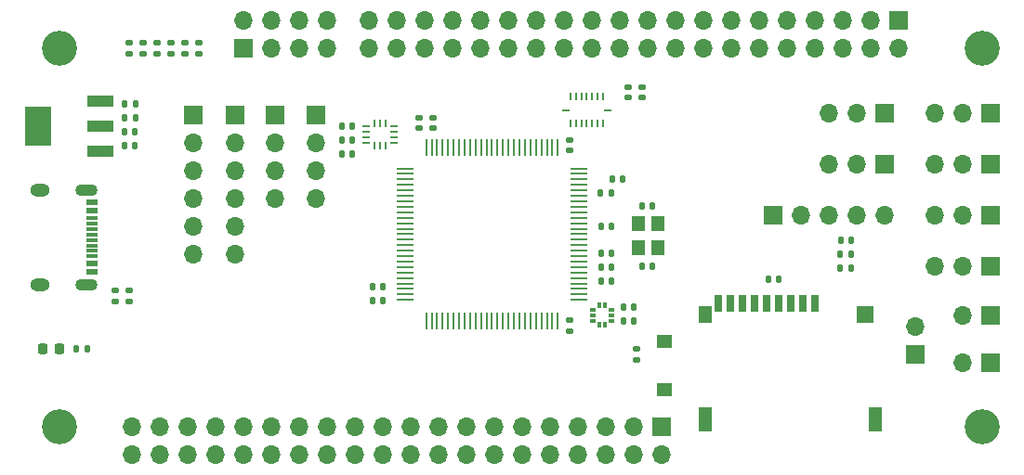
<source format=gbr>
%TF.GenerationSoftware,KiCad,Pcbnew,8.0.4*%
%TF.CreationDate,2025-08-25T15:50:40-04:00*%
%TF.ProjectId,zephyrus_fc,7a657068-7972-4757-935f-66632e6b6963,V1.0*%
%TF.SameCoordinates,Original*%
%TF.FileFunction,Soldermask,Top*%
%TF.FilePolarity,Negative*%
%FSLAX46Y46*%
G04 Gerber Fmt 4.6, Leading zero omitted, Abs format (unit mm)*
G04 Created by KiCad (PCBNEW 8.0.4) date 2025-08-25 15:50:40*
%MOMM*%
%LPD*%
G01*
G04 APERTURE LIST*
G04 Aperture macros list*
%AMRoundRect*
0 Rectangle with rounded corners*
0 $1 Rounding radius*
0 $2 $3 $4 $5 $6 $7 $8 $9 X,Y pos of 4 corners*
0 Add a 4 corners polygon primitive as box body*
4,1,4,$2,$3,$4,$5,$6,$7,$8,$9,$2,$3,0*
0 Add four circle primitives for the rounded corners*
1,1,$1+$1,$2,$3*
1,1,$1+$1,$4,$5*
1,1,$1+$1,$6,$7*
1,1,$1+$1,$8,$9*
0 Add four rect primitives between the rounded corners*
20,1,$1+$1,$2,$3,$4,$5,0*
20,1,$1+$1,$4,$5,$6,$7,0*
20,1,$1+$1,$6,$7,$8,$9,0*
20,1,$1+$1,$8,$9,$2,$3,0*%
G04 Aperture macros list end*
%ADD10RoundRect,0.140000X-0.170000X0.140000X-0.170000X-0.140000X0.170000X-0.140000X0.170000X0.140000X0*%
%ADD11R,0.300000X0.500000*%
%ADD12R,0.500000X0.300000*%
%ADD13RoundRect,0.140000X-0.140000X-0.170000X0.140000X-0.170000X0.140000X0.170000X-0.140000X0.170000X0*%
%ADD14RoundRect,0.140000X0.140000X0.170000X-0.140000X0.170000X-0.140000X-0.170000X0.140000X-0.170000X0*%
%ADD15R,1.700000X1.700000*%
%ADD16O,1.700000X1.700000*%
%ADD17C,3.200000*%
%ADD18R,1.360000X1.230000*%
%ADD19R,1.500000X0.280000*%
%ADD20R,0.280000X1.500000*%
%ADD21R,0.250000X0.800000*%
%ADD22R,0.800000X0.250000*%
%ADD23RoundRect,0.135000X-0.185000X0.135000X-0.185000X-0.135000X0.185000X-0.135000X0.185000X0.135000X0*%
%ADD24RoundRect,0.135000X-0.135000X-0.185000X0.135000X-0.185000X0.135000X0.185000X-0.135000X0.185000X0*%
%ADD25R,1.100000X0.550000*%
%ADD26R,1.100000X0.300000*%
%ADD27O,2.000000X1.100000*%
%ADD28O,1.800000X1.200000*%
%ADD29RoundRect,0.140000X0.170000X-0.140000X0.170000X0.140000X-0.170000X0.140000X-0.170000X-0.140000X0*%
%ADD30R,0.675000X0.280000*%
%ADD31R,0.280000X0.675000*%
%ADD32R,0.700000X1.600000*%
%ADD33R,1.200000X1.500000*%
%ADD34R,1.200000X2.200000*%
%ADD35R,1.600000X1.500000*%
%ADD36RoundRect,0.135000X0.135000X0.185000X-0.135000X0.185000X-0.135000X-0.185000X0.135000X-0.185000X0*%
%ADD37RoundRect,0.218750X-0.218750X-0.256250X0.218750X-0.256250X0.218750X0.256250X-0.218750X0.256250X0*%
%ADD38R,2.470000X0.980000*%
%ADD39R,2.470000X3.600000*%
%ADD40R,1.200000X1.400000*%
G04 APERTURE END LIST*
D10*
%TO.C,C15*%
X160274000Y-61496000D03*
X160274000Y-62456000D03*
%TD*%
D11*
%TO.C,U6*%
X156861000Y-81425000D03*
X156361000Y-81425000D03*
D12*
X155742000Y-81796000D03*
X155742000Y-82296000D03*
X155742000Y-82796000D03*
D11*
X156361000Y-83167000D03*
X156861000Y-83167000D03*
D12*
X157480000Y-82796000D03*
X157480000Y-82296000D03*
X157480000Y-81796000D03*
%TD*%
D13*
%TO.C,C19*%
X132898000Y-66294000D03*
X133858000Y-66294000D03*
%TD*%
D14*
%TO.C,C18*%
X133858000Y-65024000D03*
X132898000Y-65024000D03*
%TD*%
D13*
%TO.C,C20*%
X132898000Y-67564000D03*
X133858000Y-67564000D03*
%TD*%
%TO.C,C9*%
X156516000Y-76682000D03*
X157476000Y-76682000D03*
%TD*%
D15*
%TO.C,J5*%
X192024000Y-63852000D03*
D16*
X189484000Y-63852000D03*
X186944000Y-63852000D03*
%TD*%
D17*
%TO.C,H2*%
X191262000Y-92456000D03*
%TD*%
D15*
%TO.C,J4*%
X182372000Y-68482000D03*
D16*
X179832000Y-68482000D03*
X177292000Y-68482000D03*
%TD*%
D15*
%TO.C,J14*%
X192024000Y-86614000D03*
D16*
X189484000Y-86614000D03*
%TD*%
D18*
%TO.C,SW1*%
X162306000Y-84683000D03*
X162306000Y-89053000D03*
%TD*%
D13*
%TO.C,C27*%
X171732000Y-78994000D03*
X172692000Y-78994000D03*
%TD*%
D15*
%TO.C,J8*%
X192024000Y-77802000D03*
D16*
X189484000Y-77802000D03*
X186944000Y-77802000D03*
%TD*%
D13*
%TO.C,C24*%
X113126365Y-62998544D03*
X114086365Y-62998544D03*
%TD*%
D15*
%TO.C,J13*%
X123190000Y-64008000D03*
D16*
X123190000Y-66548000D03*
X123190000Y-69088000D03*
X123190000Y-71628000D03*
X123190000Y-74168000D03*
X123190000Y-76708000D03*
%TD*%
D13*
%TO.C,C17*%
X158552000Y-81534000D03*
X159512000Y-81534000D03*
%TD*%
D19*
%TO.C,U1*%
X154482000Y-80904000D03*
X154482000Y-80404000D03*
X154482000Y-79904000D03*
X154482000Y-79404000D03*
X154482000Y-78904000D03*
X154482000Y-78404000D03*
X154482000Y-77904000D03*
X154482000Y-77404000D03*
X154482000Y-76904000D03*
X154482000Y-76404000D03*
X154482000Y-75904000D03*
X154482000Y-75404000D03*
X154482000Y-74904000D03*
X154482000Y-74404000D03*
X154482000Y-73904000D03*
X154482000Y-73404000D03*
X154482000Y-72904000D03*
X154482000Y-72404000D03*
X154482000Y-71904000D03*
X154482000Y-71404000D03*
X154482000Y-70904000D03*
X154482000Y-70404000D03*
X154482000Y-69904000D03*
X154482000Y-69404000D03*
X154482000Y-68904000D03*
D20*
X152582000Y-67004000D03*
X152082000Y-67004000D03*
X151582000Y-67004000D03*
X151082000Y-67004000D03*
X150582000Y-67004000D03*
X150082000Y-67004000D03*
X149582000Y-67004000D03*
X149082000Y-67004000D03*
X148582000Y-67004000D03*
X148082000Y-67004000D03*
X147582000Y-67004000D03*
X147082000Y-67004000D03*
X146582000Y-67004000D03*
X146082000Y-67004000D03*
X145582000Y-67004000D03*
X145082000Y-67004000D03*
X144582000Y-67004000D03*
X144082000Y-67004000D03*
X143582000Y-67004000D03*
X143082000Y-67004000D03*
X142582000Y-67004000D03*
X142082000Y-67004000D03*
X141582000Y-67004000D03*
X141082000Y-67004000D03*
X140582000Y-67004000D03*
D19*
X138682000Y-68904000D03*
X138682000Y-69404000D03*
X138682000Y-69904000D03*
X138682000Y-70404000D03*
X138682000Y-70904000D03*
X138682000Y-71404000D03*
X138682000Y-71904000D03*
X138682000Y-72404000D03*
X138682000Y-72904000D03*
X138682000Y-73404000D03*
X138682000Y-73904000D03*
X138682000Y-74404000D03*
X138682000Y-74904000D03*
X138682000Y-75404000D03*
X138682000Y-75904000D03*
X138682000Y-76404000D03*
X138682000Y-76904000D03*
X138682000Y-77404000D03*
X138682000Y-77904000D03*
X138682000Y-78404000D03*
X138682000Y-78904000D03*
X138682000Y-79404000D03*
X138682000Y-79904000D03*
X138682000Y-80404000D03*
X138682000Y-80904000D03*
D20*
X140582000Y-82804000D03*
X141082000Y-82804000D03*
X141582000Y-82804000D03*
X142082000Y-82804000D03*
X142582000Y-82804000D03*
X143082000Y-82804000D03*
X143582000Y-82804000D03*
X144082000Y-82804000D03*
X144582000Y-82804000D03*
X145082000Y-82804000D03*
X145582000Y-82804000D03*
X146082000Y-82804000D03*
X146582000Y-82804000D03*
X147082000Y-82804000D03*
X147582000Y-82804000D03*
X148082000Y-82804000D03*
X148582000Y-82804000D03*
X149082000Y-82804000D03*
X149582000Y-82804000D03*
X150082000Y-82804000D03*
X150582000Y-82804000D03*
X151082000Y-82804000D03*
X151582000Y-82804000D03*
X152082000Y-82804000D03*
X152582000Y-82804000D03*
%TD*%
D21*
%TO.C,U2*%
X153718000Y-62370000D03*
X154218000Y-62370000D03*
X154718000Y-62370000D03*
X155218000Y-62370000D03*
X155718000Y-62370000D03*
X156218000Y-62370000D03*
X156718000Y-62370000D03*
D22*
X157131000Y-63570000D03*
D21*
X156718000Y-64770000D03*
X156218000Y-64770000D03*
X155718000Y-64770000D03*
X155218000Y-64770000D03*
X154718000Y-64770000D03*
X154218000Y-64770000D03*
X153718000Y-64770000D03*
D22*
X153301000Y-63570000D03*
%TD*%
D23*
%TO.C,R11*%
X119888000Y-57402000D03*
X119888000Y-58422000D03*
%TD*%
D15*
%TO.C,J12*%
X119380000Y-64008000D03*
D16*
X119380000Y-66548000D03*
X119380000Y-69088000D03*
X119380000Y-71628000D03*
X119380000Y-74168000D03*
X119380000Y-76708000D03*
%TD*%
D24*
%TO.C,R2*%
X108708000Y-85344000D03*
X109728000Y-85344000D03*
%TD*%
D23*
%TO.C,R8*%
X113538000Y-57404000D03*
X113538000Y-58424000D03*
%TD*%
%TO.C,R13*%
X117348000Y-57402000D03*
X117348000Y-58422000D03*
%TD*%
D15*
%TO.C,J6*%
X192024000Y-68502000D03*
D16*
X189484000Y-68502000D03*
X186944000Y-68502000D03*
%TD*%
D15*
%TO.C,J11*%
X123952000Y-57912000D03*
D16*
X123952000Y-55372000D03*
X126492000Y-57912000D03*
X126492000Y-55372000D03*
X129032000Y-57912000D03*
X129032000Y-55372000D03*
X131572000Y-57912000D03*
X131572000Y-55372000D03*
%TD*%
D17*
%TO.C,H1*%
X191262000Y-57912000D03*
%TD*%
D13*
%TO.C,C28*%
X158552000Y-82804000D03*
X159512000Y-82804000D03*
%TD*%
D25*
%TO.C,USB1*%
X110160000Y-71977000D03*
X110160000Y-72777000D03*
D26*
X110160000Y-73427000D03*
X110160000Y-73927000D03*
X110160000Y-74427000D03*
X110160000Y-74927000D03*
X110160000Y-75427000D03*
X110160000Y-75927000D03*
X110160000Y-76427000D03*
X110160000Y-76927000D03*
D25*
X110160000Y-77577000D03*
X110160000Y-78377000D03*
D27*
X109610000Y-70852000D03*
D28*
X105410000Y-70852000D03*
D27*
X109610000Y-79502000D03*
D28*
X105410000Y-79502000D03*
%TD*%
D15*
%TO.C,J17*%
X185166000Y-85852000D03*
D16*
X185166000Y-83312000D03*
%TD*%
D14*
%TO.C,C26*%
X179324000Y-75438000D03*
X178364000Y-75438000D03*
%TD*%
D23*
%TO.C,R12*%
X118618000Y-57402000D03*
X118618000Y-58422000D03*
%TD*%
D15*
%TO.C,J7*%
X192024000Y-73152000D03*
D16*
X189484000Y-73152000D03*
X186944000Y-73152000D03*
%TD*%
D10*
%TO.C,C14*%
X153694000Y-82778000D03*
X153694000Y-83738000D03*
%TD*%
D24*
%TO.C,R6*%
X178306000Y-76708000D03*
X179326000Y-76708000D03*
%TD*%
D29*
%TO.C,C6*%
X139954000Y-65252000D03*
X139954000Y-64292000D03*
%TD*%
D17*
%TO.C,H3*%
X107188000Y-57912000D03*
%TD*%
D15*
%TO.C,J9*%
X183642000Y-55372000D03*
D16*
X183642000Y-57912000D03*
X181102000Y-55372000D03*
X181102000Y-57912000D03*
X178562000Y-55372000D03*
X178562000Y-57912000D03*
X176022000Y-55372000D03*
X176022000Y-57912000D03*
X173482000Y-55372000D03*
X173482000Y-57912000D03*
X170942000Y-55372000D03*
X170942000Y-57912000D03*
X168402000Y-55372000D03*
X168402000Y-57912000D03*
X165862000Y-55372000D03*
X165862000Y-57912000D03*
X163322000Y-55372000D03*
X163322000Y-57912000D03*
X160782000Y-55372000D03*
X160782000Y-57912000D03*
X158242000Y-55372000D03*
X158242000Y-57912000D03*
X155702000Y-55372000D03*
X155702000Y-57912000D03*
X153162000Y-55372000D03*
X153162000Y-57912000D03*
X150622000Y-55372000D03*
X150622000Y-57912000D03*
X148082000Y-55372000D03*
X148082000Y-57912000D03*
X145542000Y-55372000D03*
X145542000Y-57912000D03*
X143002000Y-55372000D03*
X143002000Y-57912000D03*
X140462000Y-55372000D03*
X140462000Y-57912000D03*
X137922000Y-55372000D03*
X137922000Y-57912000D03*
X135382000Y-55372000D03*
X135382000Y-57912000D03*
%TD*%
D13*
%TO.C,C4*%
X156516000Y-77952000D03*
X157476000Y-77952000D03*
%TD*%
D17*
%TO.C,H4*%
X107188000Y-92456000D03*
%TD*%
D15*
%TO.C,J2*%
X192024000Y-82296000D03*
D16*
X189484000Y-82296000D03*
%TD*%
D13*
%TO.C,C22*%
X113098365Y-65538544D03*
X114058365Y-65538544D03*
%TD*%
D29*
%TO.C,C10*%
X141224000Y-65252000D03*
X141224000Y-64292000D03*
%TD*%
D30*
%TO.C,U3*%
X137668000Y-66539500D03*
X137668000Y-66039500D03*
X137668000Y-65539500D03*
X137668000Y-65039500D03*
D31*
X136906000Y-64777000D03*
X136406000Y-64777000D03*
X135906000Y-64777000D03*
D30*
X135144000Y-65039500D03*
X135144000Y-65539500D03*
X135144000Y-66039500D03*
X135144000Y-66539500D03*
D31*
X135906000Y-66802000D03*
X136406000Y-66802000D03*
X136906000Y-66802000D03*
%TD*%
D23*
%TO.C,R3*%
X112284500Y-80008000D03*
X112284500Y-81028000D03*
%TD*%
D14*
%TO.C,C2*%
X161187000Y-77825000D03*
X160227000Y-77825000D03*
%TD*%
D13*
%TO.C,C25*%
X113126365Y-64268544D03*
X114086365Y-64268544D03*
%TD*%
D15*
%TO.C,J3*%
X182372000Y-63832000D03*
D16*
X179832000Y-63832000D03*
X177292000Y-63832000D03*
%TD*%
D10*
%TO.C,C16*%
X159004000Y-61496000D03*
X159004000Y-62456000D03*
%TD*%
D23*
%TO.C,R14*%
X116078000Y-57402000D03*
X116078000Y-58422000D03*
%TD*%
D32*
%TO.C,CARD1*%
X175986000Y-81228500D03*
X174886000Y-81228500D03*
X173786000Y-81228500D03*
X172686000Y-81228500D03*
X171586000Y-81228500D03*
X170486000Y-81228500D03*
X169386000Y-81228500D03*
X168286000Y-81228500D03*
D33*
X165986000Y-82228500D03*
D34*
X165986000Y-91828500D03*
X181486000Y-91828500D03*
D35*
X180586000Y-82228500D03*
D32*
X167186000Y-81228500D03*
%TD*%
D36*
%TO.C,R5*%
X179326000Y-77978000D03*
X178306000Y-77978000D03*
%TD*%
D37*
%TO.C,D1*%
X105609000Y-85344000D03*
X107184000Y-85344000D03*
%TD*%
D23*
%TO.C,R4*%
X113554500Y-80006000D03*
X113554500Y-81026000D03*
%TD*%
%TO.C,R7*%
X114808000Y-57404000D03*
X114808000Y-58424000D03*
%TD*%
D38*
%TO.C,U5*%
X110881365Y-67330544D03*
X110881365Y-65030544D03*
X110881365Y-62730544D03*
D39*
X105211365Y-65030544D03*
%TD*%
D13*
%TO.C,C11*%
X156516000Y-79222000D03*
X157476000Y-79222000D03*
%TD*%
D15*
%TO.C,J15*%
X130556000Y-64008000D03*
D16*
X130556000Y-66548000D03*
X130556000Y-69088000D03*
X130556000Y-71628000D03*
%TD*%
D40*
%TO.C,X1*%
X159917000Y-73974000D03*
X159917000Y-76174000D03*
X161667000Y-76174000D03*
X161667000Y-73974000D03*
%TD*%
D13*
%TO.C,C5*%
X157508000Y-69850000D03*
X158468000Y-69850000D03*
%TD*%
%TO.C,C23*%
X113098365Y-66808544D03*
X114058365Y-66808544D03*
%TD*%
D15*
%TO.C,J16*%
X126844000Y-64008000D03*
D16*
X126844000Y-66548000D03*
X126844000Y-69088000D03*
X126844000Y-71628000D03*
%TD*%
D13*
%TO.C,C7*%
X156464000Y-71120000D03*
X157424000Y-71120000D03*
%TD*%
D10*
%TO.C,C8*%
X153694000Y-66296000D03*
X153694000Y-67256000D03*
%TD*%
D13*
%TO.C,C3*%
X160227000Y-72364000D03*
X161187000Y-72364000D03*
%TD*%
D23*
%TO.C,R1*%
X159766000Y-85342000D03*
X159766000Y-86362000D03*
%TD*%
D14*
%TO.C,C13*%
X136676000Y-81000000D03*
X135716000Y-81000000D03*
%TD*%
D15*
%TO.C,J10*%
X162052000Y-92456000D03*
D16*
X162052000Y-94996000D03*
X159512000Y-92456000D03*
X159512000Y-94996000D03*
X156972000Y-92456000D03*
X156972000Y-94996000D03*
X154432000Y-92456000D03*
X154432000Y-94996000D03*
X151892000Y-92456000D03*
X151892000Y-94996000D03*
X149352000Y-92456000D03*
X149352000Y-94996000D03*
X146812000Y-92456000D03*
X146812000Y-94996000D03*
X144272000Y-92456000D03*
X144272000Y-94996000D03*
X141732000Y-92456000D03*
X141732000Y-94996000D03*
X139192000Y-92456000D03*
X139192000Y-94996000D03*
X136652000Y-92456000D03*
X136652000Y-94996000D03*
X134112000Y-92456000D03*
X134112000Y-94996000D03*
X131572000Y-92456000D03*
X131572000Y-94996000D03*
X129032000Y-92456000D03*
X129032000Y-94996000D03*
X126492000Y-92456000D03*
X126492000Y-94996000D03*
X123952000Y-92456000D03*
X123952000Y-94996000D03*
X121412000Y-92456000D03*
X121412000Y-94996000D03*
X118872000Y-92456000D03*
X118872000Y-94996000D03*
X116332000Y-92456000D03*
X116332000Y-94996000D03*
X113792000Y-92456000D03*
X113792000Y-94996000D03*
%TD*%
D15*
%TO.C,J1*%
X172212000Y-73152000D03*
D16*
X174752000Y-73152000D03*
X177292000Y-73152000D03*
X179832000Y-73152000D03*
X182372000Y-73152000D03*
%TD*%
D14*
%TO.C,C12*%
X136676000Y-79730000D03*
X135716000Y-79730000D03*
%TD*%
%TO.C,C1*%
X157452000Y-74168000D03*
X156492000Y-74168000D03*
%TD*%
M02*

</source>
